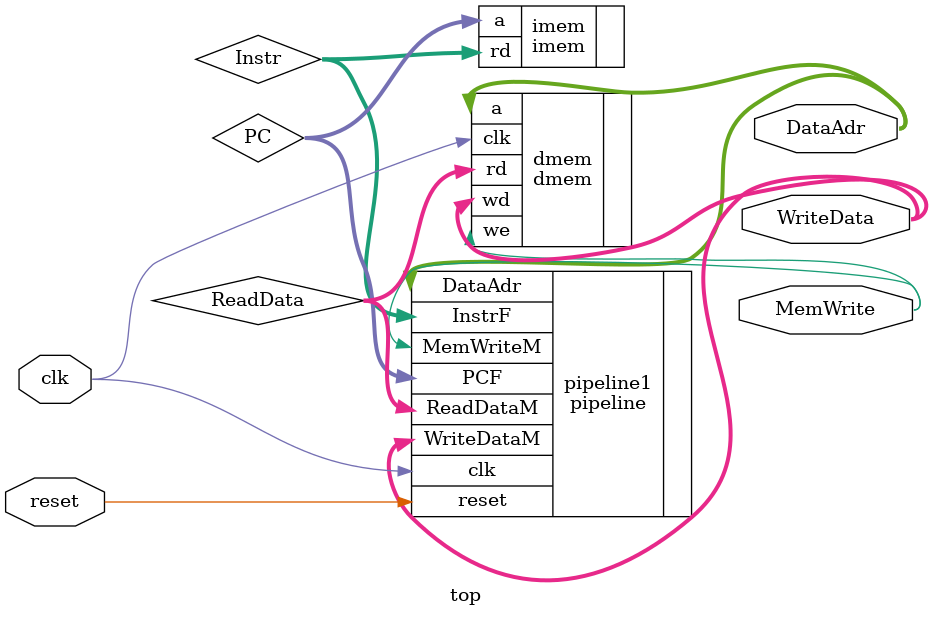
<source format=v>
`timescale 1ns / 1ps

module top(input  clk, reset, 
           output [31:0] WriteData, DataAdr, 
           output MemWrite);
  
  wire [31:0] PC, Instr, ReadData; 
  
  // instantiate processor and memories
  pipeline pipeline1(
    .clk(clk), 
    .reset(reset), 
    .PCF(PC), 
    .InstrF(Instr), 
    .MemWriteM(MemWrite), 
    .DataAdr(DataAdr), 
    .WriteDataM(WriteData), 
    .ReadDataM(ReadData)
  ); 

  imem imem(
    .a(PC), 
    .rd(Instr)
  ); 

  dmem dmem(
    .clk(clk), 
    .we(MemWrite), 
    .a(DataAdr), 
    .wd(WriteData), 
    .rd(ReadData)
  ); 
endmodule
</source>
